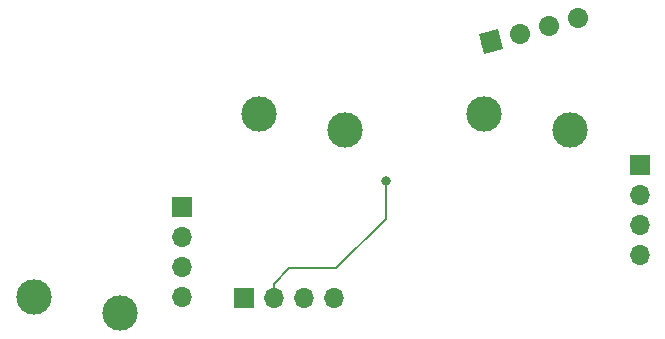
<source format=gbr>
G04 #@! TF.GenerationSoftware,KiCad,Pcbnew,(5.1.4)-1*
G04 #@! TF.CreationDate,2023-09-09T05:28:25-04:00*
G04 #@! TF.ProjectId,ThumbsUp,5468756d-6273-4557-902e-6b696361645f,rev?*
G04 #@! TF.SameCoordinates,Original*
G04 #@! TF.FileFunction,Copper,L1,Top*
G04 #@! TF.FilePolarity,Positive*
%FSLAX46Y46*%
G04 Gerber Fmt 4.6, Leading zero omitted, Abs format (unit mm)*
G04 Created by KiCad (PCBNEW (5.1.4)-1) date 2023-09-09 05:28:25*
%MOMM*%
%LPD*%
G04 APERTURE LIST*
%ADD10C,3.000000*%
%ADD11O,1.700000X1.700000*%
%ADD12R,1.700000X1.700000*%
%ADD13C,1.700000*%
%ADD14C,1.700000*%
%ADD15C,0.100000*%
%ADD16C,0.800000*%
%ADD17C,0.200000*%
G04 APERTURE END LIST*
D10*
X-150540000Y-418360061D03*
X-157840000Y-417010061D03*
X-112410000Y-402860061D03*
X-119710000Y-401510061D03*
D11*
X-106528141Y-413448713D03*
X-106528141Y-410908713D03*
X-106528141Y-408368713D03*
D12*
X-106528141Y-405828713D03*
D11*
X-132419330Y-417044574D03*
X-134959330Y-417044574D03*
X-137499330Y-417044574D03*
D12*
X-140039330Y-417044574D03*
D11*
X-145246620Y-416947892D03*
X-145246620Y-414407892D03*
X-145246620Y-411867892D03*
D12*
X-145246620Y-409327892D03*
D10*
X-131473954Y-402860061D03*
X-138773954Y-401510061D03*
D13*
X-111762864Y-393388390D03*
D14*
X-111762864Y-393388390D02*
X-111762864Y-393388390D01*
D13*
X-114216316Y-394045790D03*
D14*
X-114216316Y-394045790D02*
X-114216316Y-394045790D01*
D13*
X-116669767Y-394703191D03*
D14*
X-116669767Y-394703191D02*
X-116669767Y-394703191D01*
D13*
X-119123219Y-395360591D03*
D15*
G36*
X-120164252Y-394759550D02*
G01*
X-118522178Y-394319558D01*
X-118082186Y-395961632D01*
X-119724260Y-396401624D01*
X-120164252Y-394759550D01*
X-120164252Y-394759550D01*
G37*
D16*
X-128010000Y-407170000D03*
D17*
X-137499330Y-417044574D02*
X-137499330Y-415859330D01*
X-132210000Y-414570000D02*
X-128010000Y-410370000D01*
X-128010000Y-410370000D02*
X-128010000Y-407170000D01*
X-136210000Y-414570000D02*
X-132210000Y-414570000D01*
X-137499330Y-415859330D02*
X-136210000Y-414570000D01*
M02*

</source>
